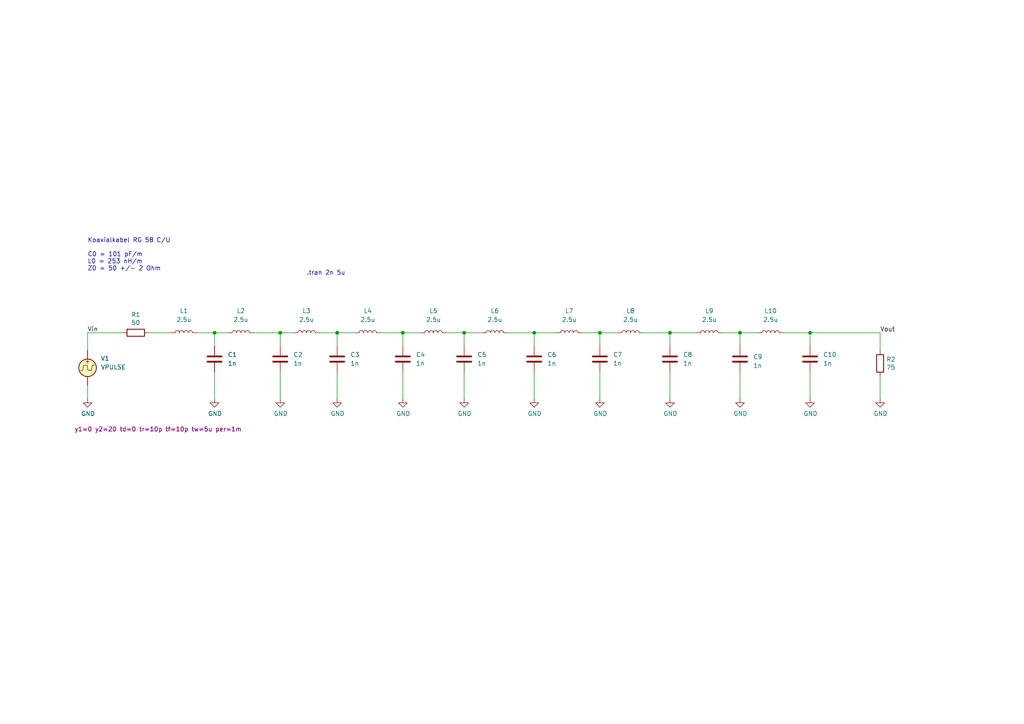
<source format=kicad_sch>
(kicad_sch (version 20230121) (generator eeschema)
  (paper "A4")
  (lib_symbols
    (symbol "Device:C" (pin_numbers hide) (pin_names (offset 0.254))
      (property "Reference" "C" (at 0.635 2.54 0))
      (property "Value" "C" (at 0.635 -2.54 0))
      (symbol "C_0_1"
        (polyline (pts (xy -2.032 -0.762) (xy 2.032 -0.762)) (stroke (width 0.508)))
        (polyline (pts (xy -2.032 0.762) (xy 2.032 0.762)) (stroke (width 0.508)))
      )
      (symbol "C_1_1"
        (pin passive line (at 0 3.81 270) (length 2.794) (name "~") (number "1"))
        (pin passive line (at 0 -3.81 90) (length 2.794) (name "~") (number "2"))
      )
    )
    (symbol "Device:L" (pin_numbers hide) (pin_names (offset 1.016) hide)
      (property "Reference" "L" (at -1.27 0 90))
      (property "Value" "L" (at 1.905 0 90))
      (symbol "L_0_1"
        (arc (start 0 -2.54) (mid 0.6323 -1.905) (end 0 -1.27))
        (arc (start 0 -1.27) (mid 0.6323 -0.635) (end 0 0))
        (arc (start 0 0) (mid 0.6323 0.635) (end 0 1.27))
        (arc (start 0 1.27) (mid 0.6323 1.905) (end 0 2.54))
      )
      (symbol "L_1_1"
        (pin passive line (at 0 3.81 270) (length 1.27) (name "1") (number "1"))
        (pin passive line (at 0 -3.81 90) (length 1.27) (name "2") (number "2"))
      )
    )
    (symbol "Device:R" (pin_numbers hide) (pin_names (offset 0))
      (property "Reference" "R" (at 2.032 0 90))
      (property "Value" "R" (at 0 0 90))
      (symbol "R_0_1"
        (rectangle (start -1.016 -2.54) (end 1.016 2.54) (stroke (width 0.254)))
      )
      (symbol "R_1_1"
        (pin passive line (at 0 3.81 270) (length 1.27) (name "~") (number "1"))
        (pin passive line (at 0 -3.81 90) (length 1.27) (name "~") (number "2"))
      )
    )
    (symbol "Simulation_SPICE:VPULSE" (pin_numbers hide) (pin_names (offset 0.0254))
      (property "Reference" "V" (at 2.54 2.54 0))
      (property "Value" "VPULSE" (at 2.54 0 0))
      (property "Spice_Model" "pulse(0 1 2n 2n 2n 50n 100n)" (at 2.54 -2.54 0))
      (symbol "VPULSE_0_0"
        (polyline (pts (xy -2.032 -0.762) (xy -1.397 -0.762) (xy -1.143 0.762) (xy -0.127 0.762) (xy 0.127 -0.762) (xy 1.143 -0.762) (xy 1.397 0.762) (xy 2.032 0.762)))
        (text "+" (at 0 1.905 0) (effects (font (size 1.27 1.27))))
      )
      (symbol "VPULSE_0_1"
        (circle (center 0 0) (radius 2.54) (stroke (width 0.254)) (fill (type background)))
      )
      (symbol "VPULSE_1_1"
        (pin passive line (at 0 5.08 270) (length 2.54) (name "~") (number "1"))
        (pin passive line (at 0 -5.08 90) (length 2.54) (name "~") (number "2"))
      )
    )
    (symbol "power:GND" (power) (pin_names (offset 0))
      (property "Value" "GND" (at 0 -3.81 0))
      (symbol "GND_0_1"
        (polyline (pts (xy 0 0) (xy 0 -1.27) (xy 1.27 -1.27) (xy 0 -2.54) (xy -1.27 -1.27) (xy 0 -1.27)))
      )
      (symbol "GND_1_1"
        (pin power_in line (at 0 0 270) (length 0) hide (name "GND") (number "1"))
      )
    )
  )
  (junction (at 234.95 96.52))
  (junction (at 116.84 96.52))
  (junction (at 173.99 96.52))
  (junction (at 194.31 96.52))
  (junction (at 97.79 96.52))
  (junction (at 214.63 96.52))
  (junction (at 81.28 96.52))
  (junction (at 154.94 96.52))
  (junction (at 134.62 96.52))
  (junction (at 62.23 96.52))
  (wire (pts (xy 116.84 107.95) (xy 116.84 115.57)))
  (wire (pts (xy 92.71 96.52) (xy 97.79 96.52)))
  (wire (pts (xy 62.23 107.95) (xy 62.23 115.57)))
  (wire (pts (xy 154.94 96.52) (xy 154.94 100.33)))
  (wire (pts (xy 97.79 96.52) (xy 97.79 100.33)))
  (wire (pts (xy 81.28 96.52) (xy 81.28 100.33)))
  (wire (pts (xy 194.31 96.52) (xy 194.31 100.33)))
  (wire (pts (xy 43.18 96.52) (xy 49.53 96.52)))
  (wire (pts (xy 234.95 107.95) (xy 234.95 115.57)))
  (wire (pts (xy 234.95 96.52) (xy 234.95 100.33)))
  (wire (pts (xy 173.99 96.52) (xy 179.07 96.52)))
  (wire (pts (xy 194.31 96.52) (xy 201.93 96.52)))
  (wire (pts (xy 116.84 96.52) (xy 121.92 96.52)))
  (wire (pts (xy 81.28 107.95) (xy 81.28 115.57)))
  (wire (pts (xy 255.27 115.57) (xy 255.27 109.22)))
  (wire (pts (xy 154.94 107.95) (xy 154.94 115.57)))
  (wire (pts (xy 62.23 96.52) (xy 66.04 96.52)))
  (wire (pts (xy 97.79 107.95) (xy 97.79 115.57)))
  (wire (pts (xy 129.54 96.52) (xy 134.62 96.52)))
  (wire (pts (xy 168.91 96.52) (xy 173.99 96.52)))
  (wire (pts (xy 25.4 96.52) (xy 35.56 96.52)))
  (wire (pts (xy 186.69 96.52) (xy 194.31 96.52)))
  (wire (pts (xy 134.62 107.95) (xy 134.62 115.57)))
  (wire (pts (xy 25.4 115.57) (xy 25.4 111.76)))
  (wire (pts (xy 227.33 96.52) (xy 234.95 96.52)))
  (wire (pts (xy 116.84 96.52) (xy 116.84 100.33)))
  (wire (pts (xy 110.49 96.52) (xy 116.84 96.52)))
  (wire (pts (xy 62.23 96.52) (xy 62.23 100.33)))
  (wire (pts (xy 255.27 96.52) (xy 255.27 101.6)))
  (wire (pts (xy 147.32 96.52) (xy 154.94 96.52)))
  (wire (pts (xy 209.55 96.52) (xy 214.63 96.52)))
  (wire (pts (xy 57.15 96.52) (xy 62.23 96.52)))
  (wire (pts (xy 214.63 107.95) (xy 214.63 115.57)))
  (wire (pts (xy 173.99 96.52) (xy 173.99 100.33)))
  (wire (pts (xy 214.63 96.52) (xy 214.63 100.33)))
  (wire (pts (xy 154.94 96.52) (xy 161.29 96.52)))
  (wire (pts (xy 134.62 96.52) (xy 139.7 96.52)))
  (wire (pts (xy 97.79 96.52) (xy 102.87 96.52)))
  (wire (pts (xy 81.28 96.52) (xy 85.09 96.52)))
  (wire (pts (xy 214.63 96.52) (xy 219.71 96.52)))
  (wire (pts (xy 194.31 107.95) (xy 194.31 115.57)))
  (wire (pts (xy 73.66 96.52) (xy 81.28 96.52)))
  (wire (pts (xy 134.62 96.52) (xy 134.62 100.33)))
  (wire (pts (xy 25.4 96.52) (xy 25.4 101.6)))
  (wire (pts (xy 173.99 107.95) (xy 173.99 115.57)))
  (wire (pts (xy 234.95 96.52) (xy 255.27 96.52)))
  (text "Koaxialkabel RG 58 C/U\n\nC0 = 101 pF/m\nL0 = 253 nH/m\nZ0 = 50 +/- 2 Ohm" (at 25.4 78.74 0) (effects (font (size 1.27 1.27)) (justify left bottom)))
  (text ".tran 2n 5u" (at 88.9 80.01 0) (effects (font (size 1.27 1.27)) (justify left bottom)))
  (label "Vin" (at 25.4 96.52 0))
  (label "Vout" (at 255.27 96.52 0))
  (symbol (lib_id "power:GND") (at 25.4 115.57 0) (unit 1)
    (property "Reference" "#PWR01" (effects hide))
    (property "Value" "GND" (at 25.527 119.9642 0))
  )
  (symbol (lib_id "Device:R") (at 39.37 96.52 270) (unit 1)
    (property "Reference" "R1" (at 39.37 91.2622 90))
    (property "Value" "50" (at 39.37 93.5736 90))
  )
  (symbol (lib_id "power:GND") (at 134.62 115.57 0) (unit 1)
    (property "Reference" "#PWR06" (effects hide))
    (property "Value" "GND" (at 134.747 119.9642 0))
  )
  (symbol (lib_id "Device:R") (at 255.27 105.41 180) (unit 1)
    (property "Reference" "R2" (at 257.048 104.2416 0) (effects (justify right)))
    (property "Value" "75" (at 257.048 106.553 0) (effects (justify right)))
  )
  (symbol (lib_id "power:GND") (at 255.27 115.57 0) (unit 1)
    (property "Reference" "#PWR012" (effects hide))
    (property "Value" "GND" (at 255.397 119.9642 0))
  )
  (symbol (lib_id "Device:L") (at 125.73 96.52 90) (unit 1)
    (property "Reference" "L5" (at 125.73 90.17 90))
    (property "Value" "2.5u" (at 125.73 92.71 90))
  )
  (symbol (lib_id "Device:C") (at 234.95 104.14 0) (unit 1)
    (property "Reference" "C10" (at 238.76 102.8699 0) (effects (justify left)))
    (property "Value" "1n" (at 238.76 105.4099 0) (effects (justify left)))
  )
  (symbol (lib_id "Device:L") (at 223.52 96.52 90) (unit 1)
    (property "Reference" "L10" (at 223.52 90.17 90))
    (property "Value" "2.5u" (at 223.52 92.71 90))
  )
  (symbol (lib_id "Device:L") (at 53.34 96.52 90) (unit 1)
    (property "Reference" "L1" (at 53.34 90.17 90))
    (property "Value" "2.5u" (at 53.34 92.71 90))
  )
  (symbol (lib_id "Device:C") (at 173.99 104.14 0) (unit 1)
    (property "Reference" "C7" (at 177.8 102.8699 0) (effects (justify left)))
    (property "Value" "1n" (at 177.8 105.4099 0) (effects (justify left)))
  )
  (symbol (lib_id "power:GND") (at 62.23 115.57 0) (unit 1)
    (property "Reference" "#PWR02" (effects hide))
    (property "Value" "GND" (at 62.357 119.9642 0))
  )
  (symbol (lib_id "Device:L") (at 88.9 96.52 90) (unit 1)
    (property "Reference" "L3" (at 88.9 90.17 90))
    (property "Value" "2.5u" (at 88.9 92.71 90))
  )
  (symbol (lib_id "Device:L") (at 143.51 96.52 90) (unit 1)
    (property "Reference" "L6" (at 143.51 90.17 90))
    (property "Value" "2.5u" (at 143.51 92.71 90))
  )
  (symbol (lib_id "Device:C") (at 62.23 104.14 0) (unit 1)
    (property "Reference" "C1" (at 66.04 102.8699 0) (effects (justify left)))
    (property "Value" "1n" (at 66.04 105.4099 0) (effects (justify left)))
  )
  (symbol (lib_id "power:GND") (at 234.95 115.57 0) (unit 1)
    (property "Reference" "#PWR011" (effects hide))
    (property "Value" "GND" (at 235.077 119.9642 0))
  )
  (symbol (lib_id "Simulation_SPICE:VPULSE") (at 25.4 106.68 0) (unit 1)
    (property "Reference" "V1" (at 29.21 103.9501 0) (effects (justify left)))
    (property "Value" "VPULSE" (at 29.21 106.4901 0) (effects (justify left)))
    (property "Sim.Device" "V" (effects hide))
    (property "Sim.Type" "PULSE" (effects hide))
    (property "Sim.Params" "y1=0 y2=20 td=0 tr=10p tf=10p tw=5u per=1m" (at 21.59 124.46 0) (effects (justify left)))
    (property "Sim.Pins" "1=+ 2=-" (effects hide))
  )
  (symbol (lib_id "Device:C") (at 194.31 104.14 0) (unit 1)
    (property "Reference" "C8" (at 198.12 102.8699 0) (effects (justify left)))
    (property "Value" "1n" (at 198.12 105.4099 0) (effects (justify left)))
  )
  (symbol (lib_id "power:GND") (at 154.94 115.57 0) (unit 1)
    (property "Reference" "#PWR07" (effects hide))
    (property "Value" "GND" (at 155.067 119.9642 0))
  )
  (symbol (lib_id "Device:C") (at 134.62 104.14 0) (unit 1)
    (property "Reference" "C5" (at 138.43 102.8699 0) (effects (justify left)))
    (property "Value" "1n" (at 138.43 105.4099 0) (effects (justify left)))
  )
  (symbol (lib_id "Device:C") (at 154.94 104.14 0) (unit 1)
    (property "Reference" "C6" (at 158.75 102.8699 0) (effects (justify left)))
    (property "Value" "1n" (at 158.75 105.4099 0) (effects (justify left)))
  )
  (symbol (lib_id "Device:L") (at 165.1 96.52 90) (unit 1)
    (property "Reference" "L7" (at 165.1 90.17 90))
    (property "Value" "2.5u" (at 165.1 92.71 90))
  )
  (symbol (lib_id "power:GND") (at 214.63 115.57 0) (unit 1)
    (property "Reference" "#PWR010" (effects hide))
    (property "Value" "GND" (at 214.757 119.9642 0))
  )
  (symbol (lib_id "Device:L") (at 106.68 96.52 90) (unit 1)
    (property "Reference" "L4" (at 106.68 90.17 90))
    (property "Value" "2.5u" (at 106.68 92.71 90))
  )
  (symbol (lib_id "power:GND") (at 173.99 115.57 0) (unit 1)
    (property "Reference" "#PWR08" (effects hide))
    (property "Value" "GND" (at 174.117 119.9642 0))
  )
  (symbol (lib_id "power:GND") (at 194.31 115.57 0) (unit 1)
    (property "Reference" "#PWR09" (effects hide))
    (property "Value" "GND" (at 194.437 119.9642 0))
  )
  (symbol (lib_id "Device:C") (at 81.28 104.14 0) (unit 1)
    (property "Reference" "C2" (at 85.09 102.8699 0) (effects (justify left)))
    (property "Value" "1n" (at 85.09 105.4099 0) (effects (justify left)))
  )
  (symbol (lib_id "Device:C") (at 116.84 104.14 0) (unit 1)
    (property "Reference" "C4" (at 120.65 102.8699 0) (effects (justify left)))
    (property "Value" "1n" (at 120.65 105.4099 0) (effects (justify left)))
  )
  (symbol (lib_id "Device:L") (at 69.85 96.52 90) (unit 1)
    (property "Reference" "L2" (at 69.85 90.17 90))
    (property "Value" "2.5u" (at 69.85 92.71 90))
  )
  (symbol (lib_id "power:GND") (at 81.28 115.57 0) (unit 1)
    (property "Reference" "#PWR03" (effects hide))
    (property "Value" "GND" (at 81.407 119.9642 0))
  )
  (symbol (lib_id "Device:L") (at 205.74 96.52 90) (unit 1)
    (property "Reference" "L9" (at 205.74 90.17 90))
    (property "Value" "2.5u" (at 205.74 92.71 90))
  )
  (symbol (lib_id "Device:C") (at 97.79 104.14 0) (unit 1)
    (property "Reference" "C3" (at 101.6 102.8699 0) (effects (justify left)))
    (property "Value" "1n" (at 101.6 105.4099 0) (effects (justify left)))
  )
  (symbol (lib_id "power:GND") (at 116.84 115.57 0) (unit 1)
    (property "Reference" "#PWR05" (effects hide))
    (property "Value" "GND" (at 116.967 119.9642 0))
  )
  (symbol (lib_id "Device:L") (at 182.88 96.52 90) (unit 1)
    (property "Reference" "L8" (at 182.88 90.17 90))
    (property "Value" "2.5u" (at 182.88 92.71 90))
  )
  (symbol (lib_id "power:GND") (at 97.79 115.57 0) (unit 1)
    (property "Reference" "#PWR04" (effects hide))
    (property "Value" "GND" (at 97.917 119.9642 0))
  )
  (symbol (lib_id "Device:C") (at 214.63 104.14 0) (unit 1)
    (property "Reference" "C9" (at 218.44 103.505 0) (effects (justify left)))
    (property "Value" "1n" (at 218.44 106.045 0) (effects (justify left)))
  )
)
</source>
